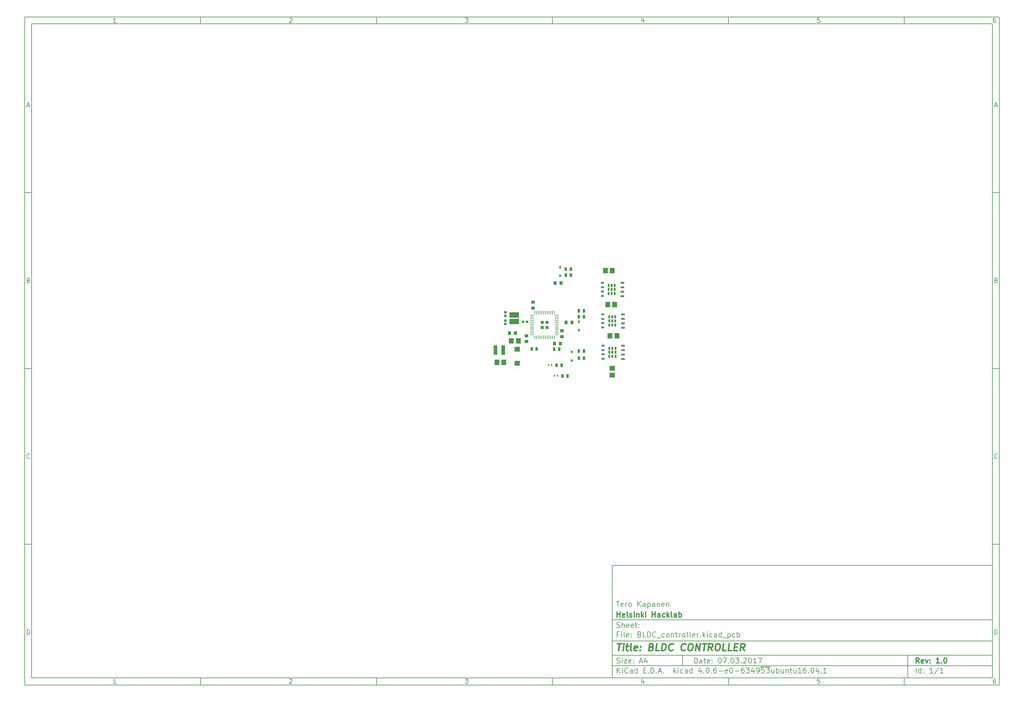
<source format=gbr>
G04 #@! TF.FileFunction,Paste,Top*
%FSLAX46Y46*%
G04 Gerber Fmt 4.6, Leading zero omitted, Abs format (unit mm)*
G04 Created by KiCad (PCBNEW 4.0.6-e0-6349~53~ubuntu16.04.1) date Tue Mar  7 23:33:07 2017*
%MOMM*%
%LPD*%
G01*
G04 APERTURE LIST*
%ADD10C,0.100000*%
%ADD11C,0.150000*%
%ADD12C,0.300000*%
%ADD13C,0.400000*%
%ADD14R,1.000000X2.700000*%
%ADD15R,0.900000X1.000000*%
%ADD16R,2.700000X1.500000*%
%ADD17R,0.400000X0.600000*%
%ADD18R,1.640000X1.400000*%
%ADD19R,0.600000X0.900000*%
%ADD20R,0.900000X0.600000*%
%ADD21R,1.050000X0.600000*%
%ADD22R,0.600000X0.800000*%
%ADD23R,1.350000X1.550000*%
%ADD24R,1.550000X1.350000*%
%ADD25R,1.000000X0.900000*%
%ADD26R,0.650000X0.990000*%
%ADD27R,0.720000X0.720000*%
%ADD28R,0.640000X0.720000*%
%ADD29R,0.840000X0.840000*%
%ADD30O,1.050000X0.250000*%
%ADD31O,0.250000X1.050000*%
G04 APERTURE END LIST*
D10*
D11*
X177002200Y-166007200D02*
X177002200Y-198007200D01*
X285002200Y-198007200D01*
X285002200Y-166007200D01*
X177002200Y-166007200D01*
D10*
D11*
X10000000Y-10000000D02*
X10000000Y-200007200D01*
X287002200Y-200007200D01*
X287002200Y-10000000D01*
X10000000Y-10000000D01*
D10*
D11*
X12000000Y-12000000D02*
X12000000Y-198007200D01*
X285002200Y-198007200D01*
X285002200Y-12000000D01*
X12000000Y-12000000D01*
D10*
D11*
X60000000Y-12000000D02*
X60000000Y-10000000D01*
D10*
D11*
X110000000Y-12000000D02*
X110000000Y-10000000D01*
D10*
D11*
X160000000Y-12000000D02*
X160000000Y-10000000D01*
D10*
D11*
X210000000Y-12000000D02*
X210000000Y-10000000D01*
D10*
D11*
X260000000Y-12000000D02*
X260000000Y-10000000D01*
D10*
D11*
X35990476Y-11588095D02*
X35247619Y-11588095D01*
X35619048Y-11588095D02*
X35619048Y-10288095D01*
X35495238Y-10473810D01*
X35371429Y-10597619D01*
X35247619Y-10659524D01*
D10*
D11*
X85247619Y-10411905D02*
X85309524Y-10350000D01*
X85433333Y-10288095D01*
X85742857Y-10288095D01*
X85866667Y-10350000D01*
X85928571Y-10411905D01*
X85990476Y-10535714D01*
X85990476Y-10659524D01*
X85928571Y-10845238D01*
X85185714Y-11588095D01*
X85990476Y-11588095D01*
D10*
D11*
X135185714Y-10288095D02*
X135990476Y-10288095D01*
X135557143Y-10783333D01*
X135742857Y-10783333D01*
X135866667Y-10845238D01*
X135928571Y-10907143D01*
X135990476Y-11030952D01*
X135990476Y-11340476D01*
X135928571Y-11464286D01*
X135866667Y-11526190D01*
X135742857Y-11588095D01*
X135371429Y-11588095D01*
X135247619Y-11526190D01*
X135185714Y-11464286D01*
D10*
D11*
X185866667Y-10721429D02*
X185866667Y-11588095D01*
X185557143Y-10226190D02*
X185247619Y-11154762D01*
X186052381Y-11154762D01*
D10*
D11*
X235928571Y-10288095D02*
X235309524Y-10288095D01*
X235247619Y-10907143D01*
X235309524Y-10845238D01*
X235433333Y-10783333D01*
X235742857Y-10783333D01*
X235866667Y-10845238D01*
X235928571Y-10907143D01*
X235990476Y-11030952D01*
X235990476Y-11340476D01*
X235928571Y-11464286D01*
X235866667Y-11526190D01*
X235742857Y-11588095D01*
X235433333Y-11588095D01*
X235309524Y-11526190D01*
X235247619Y-11464286D01*
D10*
D11*
X285866667Y-10288095D02*
X285619048Y-10288095D01*
X285495238Y-10350000D01*
X285433333Y-10411905D01*
X285309524Y-10597619D01*
X285247619Y-10845238D01*
X285247619Y-11340476D01*
X285309524Y-11464286D01*
X285371429Y-11526190D01*
X285495238Y-11588095D01*
X285742857Y-11588095D01*
X285866667Y-11526190D01*
X285928571Y-11464286D01*
X285990476Y-11340476D01*
X285990476Y-11030952D01*
X285928571Y-10907143D01*
X285866667Y-10845238D01*
X285742857Y-10783333D01*
X285495238Y-10783333D01*
X285371429Y-10845238D01*
X285309524Y-10907143D01*
X285247619Y-11030952D01*
D10*
D11*
X60000000Y-198007200D02*
X60000000Y-200007200D01*
D10*
D11*
X110000000Y-198007200D02*
X110000000Y-200007200D01*
D10*
D11*
X160000000Y-198007200D02*
X160000000Y-200007200D01*
D10*
D11*
X210000000Y-198007200D02*
X210000000Y-200007200D01*
D10*
D11*
X260000000Y-198007200D02*
X260000000Y-200007200D01*
D10*
D11*
X35990476Y-199595295D02*
X35247619Y-199595295D01*
X35619048Y-199595295D02*
X35619048Y-198295295D01*
X35495238Y-198481010D01*
X35371429Y-198604819D01*
X35247619Y-198666724D01*
D10*
D11*
X85247619Y-198419105D02*
X85309524Y-198357200D01*
X85433333Y-198295295D01*
X85742857Y-198295295D01*
X85866667Y-198357200D01*
X85928571Y-198419105D01*
X85990476Y-198542914D01*
X85990476Y-198666724D01*
X85928571Y-198852438D01*
X85185714Y-199595295D01*
X85990476Y-199595295D01*
D10*
D11*
X135185714Y-198295295D02*
X135990476Y-198295295D01*
X135557143Y-198790533D01*
X135742857Y-198790533D01*
X135866667Y-198852438D01*
X135928571Y-198914343D01*
X135990476Y-199038152D01*
X135990476Y-199347676D01*
X135928571Y-199471486D01*
X135866667Y-199533390D01*
X135742857Y-199595295D01*
X135371429Y-199595295D01*
X135247619Y-199533390D01*
X135185714Y-199471486D01*
D10*
D11*
X185866667Y-198728629D02*
X185866667Y-199595295D01*
X185557143Y-198233390D02*
X185247619Y-199161962D01*
X186052381Y-199161962D01*
D10*
D11*
X235928571Y-198295295D02*
X235309524Y-198295295D01*
X235247619Y-198914343D01*
X235309524Y-198852438D01*
X235433333Y-198790533D01*
X235742857Y-198790533D01*
X235866667Y-198852438D01*
X235928571Y-198914343D01*
X235990476Y-199038152D01*
X235990476Y-199347676D01*
X235928571Y-199471486D01*
X235866667Y-199533390D01*
X235742857Y-199595295D01*
X235433333Y-199595295D01*
X235309524Y-199533390D01*
X235247619Y-199471486D01*
D10*
D11*
X285866667Y-198295295D02*
X285619048Y-198295295D01*
X285495238Y-198357200D01*
X285433333Y-198419105D01*
X285309524Y-198604819D01*
X285247619Y-198852438D01*
X285247619Y-199347676D01*
X285309524Y-199471486D01*
X285371429Y-199533390D01*
X285495238Y-199595295D01*
X285742857Y-199595295D01*
X285866667Y-199533390D01*
X285928571Y-199471486D01*
X285990476Y-199347676D01*
X285990476Y-199038152D01*
X285928571Y-198914343D01*
X285866667Y-198852438D01*
X285742857Y-198790533D01*
X285495238Y-198790533D01*
X285371429Y-198852438D01*
X285309524Y-198914343D01*
X285247619Y-199038152D01*
D10*
D11*
X10000000Y-60000000D02*
X12000000Y-60000000D01*
D10*
D11*
X10000000Y-110000000D02*
X12000000Y-110000000D01*
D10*
D11*
X10000000Y-160000000D02*
X12000000Y-160000000D01*
D10*
D11*
X10690476Y-35216667D02*
X11309524Y-35216667D01*
X10566667Y-35588095D02*
X11000000Y-34288095D01*
X11433333Y-35588095D01*
D10*
D11*
X11092857Y-84907143D02*
X11278571Y-84969048D01*
X11340476Y-85030952D01*
X11402381Y-85154762D01*
X11402381Y-85340476D01*
X11340476Y-85464286D01*
X11278571Y-85526190D01*
X11154762Y-85588095D01*
X10659524Y-85588095D01*
X10659524Y-84288095D01*
X11092857Y-84288095D01*
X11216667Y-84350000D01*
X11278571Y-84411905D01*
X11340476Y-84535714D01*
X11340476Y-84659524D01*
X11278571Y-84783333D01*
X11216667Y-84845238D01*
X11092857Y-84907143D01*
X10659524Y-84907143D01*
D10*
D11*
X11402381Y-135464286D02*
X11340476Y-135526190D01*
X11154762Y-135588095D01*
X11030952Y-135588095D01*
X10845238Y-135526190D01*
X10721429Y-135402381D01*
X10659524Y-135278571D01*
X10597619Y-135030952D01*
X10597619Y-134845238D01*
X10659524Y-134597619D01*
X10721429Y-134473810D01*
X10845238Y-134350000D01*
X11030952Y-134288095D01*
X11154762Y-134288095D01*
X11340476Y-134350000D01*
X11402381Y-134411905D01*
D10*
D11*
X10659524Y-185588095D02*
X10659524Y-184288095D01*
X10969048Y-184288095D01*
X11154762Y-184350000D01*
X11278571Y-184473810D01*
X11340476Y-184597619D01*
X11402381Y-184845238D01*
X11402381Y-185030952D01*
X11340476Y-185278571D01*
X11278571Y-185402381D01*
X11154762Y-185526190D01*
X10969048Y-185588095D01*
X10659524Y-185588095D01*
D10*
D11*
X287002200Y-60000000D02*
X285002200Y-60000000D01*
D10*
D11*
X287002200Y-110000000D02*
X285002200Y-110000000D01*
D10*
D11*
X287002200Y-160000000D02*
X285002200Y-160000000D01*
D10*
D11*
X285692676Y-35216667D02*
X286311724Y-35216667D01*
X285568867Y-35588095D02*
X286002200Y-34288095D01*
X286435533Y-35588095D01*
D10*
D11*
X286095057Y-84907143D02*
X286280771Y-84969048D01*
X286342676Y-85030952D01*
X286404581Y-85154762D01*
X286404581Y-85340476D01*
X286342676Y-85464286D01*
X286280771Y-85526190D01*
X286156962Y-85588095D01*
X285661724Y-85588095D01*
X285661724Y-84288095D01*
X286095057Y-84288095D01*
X286218867Y-84350000D01*
X286280771Y-84411905D01*
X286342676Y-84535714D01*
X286342676Y-84659524D01*
X286280771Y-84783333D01*
X286218867Y-84845238D01*
X286095057Y-84907143D01*
X285661724Y-84907143D01*
D10*
D11*
X286404581Y-135464286D02*
X286342676Y-135526190D01*
X286156962Y-135588095D01*
X286033152Y-135588095D01*
X285847438Y-135526190D01*
X285723629Y-135402381D01*
X285661724Y-135278571D01*
X285599819Y-135030952D01*
X285599819Y-134845238D01*
X285661724Y-134597619D01*
X285723629Y-134473810D01*
X285847438Y-134350000D01*
X286033152Y-134288095D01*
X286156962Y-134288095D01*
X286342676Y-134350000D01*
X286404581Y-134411905D01*
D10*
D11*
X285661724Y-185588095D02*
X285661724Y-184288095D01*
X285971248Y-184288095D01*
X286156962Y-184350000D01*
X286280771Y-184473810D01*
X286342676Y-184597619D01*
X286404581Y-184845238D01*
X286404581Y-185030952D01*
X286342676Y-185278571D01*
X286280771Y-185402381D01*
X286156962Y-185526190D01*
X285971248Y-185588095D01*
X285661724Y-185588095D01*
D10*
D11*
X200359343Y-193785771D02*
X200359343Y-192285771D01*
X200716486Y-192285771D01*
X200930771Y-192357200D01*
X201073629Y-192500057D01*
X201145057Y-192642914D01*
X201216486Y-192928629D01*
X201216486Y-193142914D01*
X201145057Y-193428629D01*
X201073629Y-193571486D01*
X200930771Y-193714343D01*
X200716486Y-193785771D01*
X200359343Y-193785771D01*
X202502200Y-193785771D02*
X202502200Y-193000057D01*
X202430771Y-192857200D01*
X202287914Y-192785771D01*
X202002200Y-192785771D01*
X201859343Y-192857200D01*
X202502200Y-193714343D02*
X202359343Y-193785771D01*
X202002200Y-193785771D01*
X201859343Y-193714343D01*
X201787914Y-193571486D01*
X201787914Y-193428629D01*
X201859343Y-193285771D01*
X202002200Y-193214343D01*
X202359343Y-193214343D01*
X202502200Y-193142914D01*
X203002200Y-192785771D02*
X203573629Y-192785771D01*
X203216486Y-192285771D02*
X203216486Y-193571486D01*
X203287914Y-193714343D01*
X203430772Y-193785771D01*
X203573629Y-193785771D01*
X204645057Y-193714343D02*
X204502200Y-193785771D01*
X204216486Y-193785771D01*
X204073629Y-193714343D01*
X204002200Y-193571486D01*
X204002200Y-193000057D01*
X204073629Y-192857200D01*
X204216486Y-192785771D01*
X204502200Y-192785771D01*
X204645057Y-192857200D01*
X204716486Y-193000057D01*
X204716486Y-193142914D01*
X204002200Y-193285771D01*
X205359343Y-193642914D02*
X205430771Y-193714343D01*
X205359343Y-193785771D01*
X205287914Y-193714343D01*
X205359343Y-193642914D01*
X205359343Y-193785771D01*
X205359343Y-192857200D02*
X205430771Y-192928629D01*
X205359343Y-193000057D01*
X205287914Y-192928629D01*
X205359343Y-192857200D01*
X205359343Y-193000057D01*
X207502200Y-192285771D02*
X207645057Y-192285771D01*
X207787914Y-192357200D01*
X207859343Y-192428629D01*
X207930772Y-192571486D01*
X208002200Y-192857200D01*
X208002200Y-193214343D01*
X207930772Y-193500057D01*
X207859343Y-193642914D01*
X207787914Y-193714343D01*
X207645057Y-193785771D01*
X207502200Y-193785771D01*
X207359343Y-193714343D01*
X207287914Y-193642914D01*
X207216486Y-193500057D01*
X207145057Y-193214343D01*
X207145057Y-192857200D01*
X207216486Y-192571486D01*
X207287914Y-192428629D01*
X207359343Y-192357200D01*
X207502200Y-192285771D01*
X208502200Y-192285771D02*
X209502200Y-192285771D01*
X208859343Y-193785771D01*
X210073628Y-193642914D02*
X210145056Y-193714343D01*
X210073628Y-193785771D01*
X210002199Y-193714343D01*
X210073628Y-193642914D01*
X210073628Y-193785771D01*
X211073628Y-192285771D02*
X211216485Y-192285771D01*
X211359342Y-192357200D01*
X211430771Y-192428629D01*
X211502200Y-192571486D01*
X211573628Y-192857200D01*
X211573628Y-193214343D01*
X211502200Y-193500057D01*
X211430771Y-193642914D01*
X211359342Y-193714343D01*
X211216485Y-193785771D01*
X211073628Y-193785771D01*
X210930771Y-193714343D01*
X210859342Y-193642914D01*
X210787914Y-193500057D01*
X210716485Y-193214343D01*
X210716485Y-192857200D01*
X210787914Y-192571486D01*
X210859342Y-192428629D01*
X210930771Y-192357200D01*
X211073628Y-192285771D01*
X212073628Y-192285771D02*
X213002199Y-192285771D01*
X212502199Y-192857200D01*
X212716485Y-192857200D01*
X212859342Y-192928629D01*
X212930771Y-193000057D01*
X213002199Y-193142914D01*
X213002199Y-193500057D01*
X212930771Y-193642914D01*
X212859342Y-193714343D01*
X212716485Y-193785771D01*
X212287913Y-193785771D01*
X212145056Y-193714343D01*
X212073628Y-193642914D01*
X213645056Y-193642914D02*
X213716484Y-193714343D01*
X213645056Y-193785771D01*
X213573627Y-193714343D01*
X213645056Y-193642914D01*
X213645056Y-193785771D01*
X214287913Y-192428629D02*
X214359342Y-192357200D01*
X214502199Y-192285771D01*
X214859342Y-192285771D01*
X215002199Y-192357200D01*
X215073628Y-192428629D01*
X215145056Y-192571486D01*
X215145056Y-192714343D01*
X215073628Y-192928629D01*
X214216485Y-193785771D01*
X215145056Y-193785771D01*
X216073627Y-192285771D02*
X216216484Y-192285771D01*
X216359341Y-192357200D01*
X216430770Y-192428629D01*
X216502199Y-192571486D01*
X216573627Y-192857200D01*
X216573627Y-193214343D01*
X216502199Y-193500057D01*
X216430770Y-193642914D01*
X216359341Y-193714343D01*
X216216484Y-193785771D01*
X216073627Y-193785771D01*
X215930770Y-193714343D01*
X215859341Y-193642914D01*
X215787913Y-193500057D01*
X215716484Y-193214343D01*
X215716484Y-192857200D01*
X215787913Y-192571486D01*
X215859341Y-192428629D01*
X215930770Y-192357200D01*
X216073627Y-192285771D01*
X218002198Y-193785771D02*
X217145055Y-193785771D01*
X217573627Y-193785771D02*
X217573627Y-192285771D01*
X217430770Y-192500057D01*
X217287912Y-192642914D01*
X217145055Y-192714343D01*
X218502198Y-192285771D02*
X219502198Y-192285771D01*
X218859341Y-193785771D01*
D10*
D11*
X177002200Y-194507200D02*
X285002200Y-194507200D01*
D10*
D11*
X178359343Y-196585771D02*
X178359343Y-195085771D01*
X179216486Y-196585771D02*
X178573629Y-195728629D01*
X179216486Y-195085771D02*
X178359343Y-195942914D01*
X179859343Y-196585771D02*
X179859343Y-195585771D01*
X179859343Y-195085771D02*
X179787914Y-195157200D01*
X179859343Y-195228629D01*
X179930771Y-195157200D01*
X179859343Y-195085771D01*
X179859343Y-195228629D01*
X181430772Y-196442914D02*
X181359343Y-196514343D01*
X181145057Y-196585771D01*
X181002200Y-196585771D01*
X180787915Y-196514343D01*
X180645057Y-196371486D01*
X180573629Y-196228629D01*
X180502200Y-195942914D01*
X180502200Y-195728629D01*
X180573629Y-195442914D01*
X180645057Y-195300057D01*
X180787915Y-195157200D01*
X181002200Y-195085771D01*
X181145057Y-195085771D01*
X181359343Y-195157200D01*
X181430772Y-195228629D01*
X182716486Y-196585771D02*
X182716486Y-195800057D01*
X182645057Y-195657200D01*
X182502200Y-195585771D01*
X182216486Y-195585771D01*
X182073629Y-195657200D01*
X182716486Y-196514343D02*
X182573629Y-196585771D01*
X182216486Y-196585771D01*
X182073629Y-196514343D01*
X182002200Y-196371486D01*
X182002200Y-196228629D01*
X182073629Y-196085771D01*
X182216486Y-196014343D01*
X182573629Y-196014343D01*
X182716486Y-195942914D01*
X184073629Y-196585771D02*
X184073629Y-195085771D01*
X184073629Y-196514343D02*
X183930772Y-196585771D01*
X183645058Y-196585771D01*
X183502200Y-196514343D01*
X183430772Y-196442914D01*
X183359343Y-196300057D01*
X183359343Y-195871486D01*
X183430772Y-195728629D01*
X183502200Y-195657200D01*
X183645058Y-195585771D01*
X183930772Y-195585771D01*
X184073629Y-195657200D01*
X185930772Y-195800057D02*
X186430772Y-195800057D01*
X186645058Y-196585771D02*
X185930772Y-196585771D01*
X185930772Y-195085771D01*
X186645058Y-195085771D01*
X187287915Y-196442914D02*
X187359343Y-196514343D01*
X187287915Y-196585771D01*
X187216486Y-196514343D01*
X187287915Y-196442914D01*
X187287915Y-196585771D01*
X188002201Y-196585771D02*
X188002201Y-195085771D01*
X188359344Y-195085771D01*
X188573629Y-195157200D01*
X188716487Y-195300057D01*
X188787915Y-195442914D01*
X188859344Y-195728629D01*
X188859344Y-195942914D01*
X188787915Y-196228629D01*
X188716487Y-196371486D01*
X188573629Y-196514343D01*
X188359344Y-196585771D01*
X188002201Y-196585771D01*
X189502201Y-196442914D02*
X189573629Y-196514343D01*
X189502201Y-196585771D01*
X189430772Y-196514343D01*
X189502201Y-196442914D01*
X189502201Y-196585771D01*
X190145058Y-196157200D02*
X190859344Y-196157200D01*
X190002201Y-196585771D02*
X190502201Y-195085771D01*
X191002201Y-196585771D01*
X191502201Y-196442914D02*
X191573629Y-196514343D01*
X191502201Y-196585771D01*
X191430772Y-196514343D01*
X191502201Y-196442914D01*
X191502201Y-196585771D01*
X194502201Y-196585771D02*
X194502201Y-195085771D01*
X194645058Y-196014343D02*
X195073629Y-196585771D01*
X195073629Y-195585771D02*
X194502201Y-196157200D01*
X195716487Y-196585771D02*
X195716487Y-195585771D01*
X195716487Y-195085771D02*
X195645058Y-195157200D01*
X195716487Y-195228629D01*
X195787915Y-195157200D01*
X195716487Y-195085771D01*
X195716487Y-195228629D01*
X197073630Y-196514343D02*
X196930773Y-196585771D01*
X196645059Y-196585771D01*
X196502201Y-196514343D01*
X196430773Y-196442914D01*
X196359344Y-196300057D01*
X196359344Y-195871486D01*
X196430773Y-195728629D01*
X196502201Y-195657200D01*
X196645059Y-195585771D01*
X196930773Y-195585771D01*
X197073630Y-195657200D01*
X198359344Y-196585771D02*
X198359344Y-195800057D01*
X198287915Y-195657200D01*
X198145058Y-195585771D01*
X197859344Y-195585771D01*
X197716487Y-195657200D01*
X198359344Y-196514343D02*
X198216487Y-196585771D01*
X197859344Y-196585771D01*
X197716487Y-196514343D01*
X197645058Y-196371486D01*
X197645058Y-196228629D01*
X197716487Y-196085771D01*
X197859344Y-196014343D01*
X198216487Y-196014343D01*
X198359344Y-195942914D01*
X199716487Y-196585771D02*
X199716487Y-195085771D01*
X199716487Y-196514343D02*
X199573630Y-196585771D01*
X199287916Y-196585771D01*
X199145058Y-196514343D01*
X199073630Y-196442914D01*
X199002201Y-196300057D01*
X199002201Y-195871486D01*
X199073630Y-195728629D01*
X199145058Y-195657200D01*
X199287916Y-195585771D01*
X199573630Y-195585771D01*
X199716487Y-195657200D01*
X202216487Y-195585771D02*
X202216487Y-196585771D01*
X201859344Y-195014343D02*
X201502201Y-196085771D01*
X202430773Y-196085771D01*
X203002201Y-196442914D02*
X203073629Y-196514343D01*
X203002201Y-196585771D01*
X202930772Y-196514343D01*
X203002201Y-196442914D01*
X203002201Y-196585771D01*
X204002201Y-195085771D02*
X204145058Y-195085771D01*
X204287915Y-195157200D01*
X204359344Y-195228629D01*
X204430773Y-195371486D01*
X204502201Y-195657200D01*
X204502201Y-196014343D01*
X204430773Y-196300057D01*
X204359344Y-196442914D01*
X204287915Y-196514343D01*
X204145058Y-196585771D01*
X204002201Y-196585771D01*
X203859344Y-196514343D01*
X203787915Y-196442914D01*
X203716487Y-196300057D01*
X203645058Y-196014343D01*
X203645058Y-195657200D01*
X203716487Y-195371486D01*
X203787915Y-195228629D01*
X203859344Y-195157200D01*
X204002201Y-195085771D01*
X205145058Y-196442914D02*
X205216486Y-196514343D01*
X205145058Y-196585771D01*
X205073629Y-196514343D01*
X205145058Y-196442914D01*
X205145058Y-196585771D01*
X206502201Y-195085771D02*
X206216487Y-195085771D01*
X206073630Y-195157200D01*
X206002201Y-195228629D01*
X205859344Y-195442914D01*
X205787915Y-195728629D01*
X205787915Y-196300057D01*
X205859344Y-196442914D01*
X205930772Y-196514343D01*
X206073630Y-196585771D01*
X206359344Y-196585771D01*
X206502201Y-196514343D01*
X206573630Y-196442914D01*
X206645058Y-196300057D01*
X206645058Y-195942914D01*
X206573630Y-195800057D01*
X206502201Y-195728629D01*
X206359344Y-195657200D01*
X206073630Y-195657200D01*
X205930772Y-195728629D01*
X205859344Y-195800057D01*
X205787915Y-195942914D01*
X207287915Y-196014343D02*
X208430772Y-196014343D01*
X209716486Y-196514343D02*
X209573629Y-196585771D01*
X209287915Y-196585771D01*
X209145058Y-196514343D01*
X209073629Y-196371486D01*
X209073629Y-195800057D01*
X209145058Y-195657200D01*
X209287915Y-195585771D01*
X209573629Y-195585771D01*
X209716486Y-195657200D01*
X209787915Y-195800057D01*
X209787915Y-195942914D01*
X209073629Y-196085771D01*
X210716486Y-195085771D02*
X210859343Y-195085771D01*
X211002200Y-195157200D01*
X211073629Y-195228629D01*
X211145058Y-195371486D01*
X211216486Y-195657200D01*
X211216486Y-196014343D01*
X211145058Y-196300057D01*
X211073629Y-196442914D01*
X211002200Y-196514343D01*
X210859343Y-196585771D01*
X210716486Y-196585771D01*
X210573629Y-196514343D01*
X210502200Y-196442914D01*
X210430772Y-196300057D01*
X210359343Y-196014343D01*
X210359343Y-195657200D01*
X210430772Y-195371486D01*
X210502200Y-195228629D01*
X210573629Y-195157200D01*
X210716486Y-195085771D01*
X211859343Y-196014343D02*
X213002200Y-196014343D01*
X214359343Y-195085771D02*
X214073629Y-195085771D01*
X213930772Y-195157200D01*
X213859343Y-195228629D01*
X213716486Y-195442914D01*
X213645057Y-195728629D01*
X213645057Y-196300057D01*
X213716486Y-196442914D01*
X213787914Y-196514343D01*
X213930772Y-196585771D01*
X214216486Y-196585771D01*
X214359343Y-196514343D01*
X214430772Y-196442914D01*
X214502200Y-196300057D01*
X214502200Y-195942914D01*
X214430772Y-195800057D01*
X214359343Y-195728629D01*
X214216486Y-195657200D01*
X213930772Y-195657200D01*
X213787914Y-195728629D01*
X213716486Y-195800057D01*
X213645057Y-195942914D01*
X215002200Y-195085771D02*
X215930771Y-195085771D01*
X215430771Y-195657200D01*
X215645057Y-195657200D01*
X215787914Y-195728629D01*
X215859343Y-195800057D01*
X215930771Y-195942914D01*
X215930771Y-196300057D01*
X215859343Y-196442914D01*
X215787914Y-196514343D01*
X215645057Y-196585771D01*
X215216485Y-196585771D01*
X215073628Y-196514343D01*
X215002200Y-196442914D01*
X217216485Y-195585771D02*
X217216485Y-196585771D01*
X216859342Y-195014343D02*
X216502199Y-196085771D01*
X217430771Y-196085771D01*
X218073627Y-196585771D02*
X218359342Y-196585771D01*
X218502199Y-196514343D01*
X218573627Y-196442914D01*
X218716485Y-196228629D01*
X218787913Y-195942914D01*
X218787913Y-195371486D01*
X218716485Y-195228629D01*
X218645056Y-195157200D01*
X218502199Y-195085771D01*
X218216485Y-195085771D01*
X218073627Y-195157200D01*
X218002199Y-195228629D01*
X217930770Y-195371486D01*
X217930770Y-195728629D01*
X218002199Y-195871486D01*
X218073627Y-195942914D01*
X218216485Y-196014343D01*
X218502199Y-196014343D01*
X218645056Y-195942914D01*
X218716485Y-195871486D01*
X218787913Y-195728629D01*
X220145056Y-195085771D02*
X219430770Y-195085771D01*
X219359341Y-195800057D01*
X219430770Y-195728629D01*
X219573627Y-195657200D01*
X219930770Y-195657200D01*
X220073627Y-195728629D01*
X220145056Y-195800057D01*
X220216484Y-195942914D01*
X220216484Y-196300057D01*
X220145056Y-196442914D01*
X220073627Y-196514343D01*
X219930770Y-196585771D01*
X219573627Y-196585771D01*
X219430770Y-196514343D01*
X219359341Y-196442914D01*
X220716484Y-195085771D02*
X221645055Y-195085771D01*
X221145055Y-195657200D01*
X221359341Y-195657200D01*
X221502198Y-195728629D01*
X221573627Y-195800057D01*
X221645055Y-195942914D01*
X221645055Y-196300057D01*
X221573627Y-196442914D01*
X221502198Y-196514343D01*
X221359341Y-196585771D01*
X220930769Y-196585771D01*
X220787912Y-196514343D01*
X220716484Y-196442914D01*
X219073627Y-194827200D02*
X221930769Y-194827200D01*
X222930769Y-195585771D02*
X222930769Y-196585771D01*
X222287912Y-195585771D02*
X222287912Y-196371486D01*
X222359340Y-196514343D01*
X222502198Y-196585771D01*
X222716483Y-196585771D01*
X222859340Y-196514343D01*
X222930769Y-196442914D01*
X223645055Y-196585771D02*
X223645055Y-195085771D01*
X223645055Y-195657200D02*
X223787912Y-195585771D01*
X224073626Y-195585771D01*
X224216483Y-195657200D01*
X224287912Y-195728629D01*
X224359341Y-195871486D01*
X224359341Y-196300057D01*
X224287912Y-196442914D01*
X224216483Y-196514343D01*
X224073626Y-196585771D01*
X223787912Y-196585771D01*
X223645055Y-196514343D01*
X225645055Y-195585771D02*
X225645055Y-196585771D01*
X225002198Y-195585771D02*
X225002198Y-196371486D01*
X225073626Y-196514343D01*
X225216484Y-196585771D01*
X225430769Y-196585771D01*
X225573626Y-196514343D01*
X225645055Y-196442914D01*
X226359341Y-195585771D02*
X226359341Y-196585771D01*
X226359341Y-195728629D02*
X226430769Y-195657200D01*
X226573627Y-195585771D01*
X226787912Y-195585771D01*
X226930769Y-195657200D01*
X227002198Y-195800057D01*
X227002198Y-196585771D01*
X227502198Y-195585771D02*
X228073627Y-195585771D01*
X227716484Y-195085771D02*
X227716484Y-196371486D01*
X227787912Y-196514343D01*
X227930770Y-196585771D01*
X228073627Y-196585771D01*
X229216484Y-195585771D02*
X229216484Y-196585771D01*
X228573627Y-195585771D02*
X228573627Y-196371486D01*
X228645055Y-196514343D01*
X228787913Y-196585771D01*
X229002198Y-196585771D01*
X229145055Y-196514343D01*
X229216484Y-196442914D01*
X230716484Y-196585771D02*
X229859341Y-196585771D01*
X230287913Y-196585771D02*
X230287913Y-195085771D01*
X230145056Y-195300057D01*
X230002198Y-195442914D01*
X229859341Y-195514343D01*
X232002198Y-195085771D02*
X231716484Y-195085771D01*
X231573627Y-195157200D01*
X231502198Y-195228629D01*
X231359341Y-195442914D01*
X231287912Y-195728629D01*
X231287912Y-196300057D01*
X231359341Y-196442914D01*
X231430769Y-196514343D01*
X231573627Y-196585771D01*
X231859341Y-196585771D01*
X232002198Y-196514343D01*
X232073627Y-196442914D01*
X232145055Y-196300057D01*
X232145055Y-195942914D01*
X232073627Y-195800057D01*
X232002198Y-195728629D01*
X231859341Y-195657200D01*
X231573627Y-195657200D01*
X231430769Y-195728629D01*
X231359341Y-195800057D01*
X231287912Y-195942914D01*
X232787912Y-196442914D02*
X232859340Y-196514343D01*
X232787912Y-196585771D01*
X232716483Y-196514343D01*
X232787912Y-196442914D01*
X232787912Y-196585771D01*
X233787912Y-195085771D02*
X233930769Y-195085771D01*
X234073626Y-195157200D01*
X234145055Y-195228629D01*
X234216484Y-195371486D01*
X234287912Y-195657200D01*
X234287912Y-196014343D01*
X234216484Y-196300057D01*
X234145055Y-196442914D01*
X234073626Y-196514343D01*
X233930769Y-196585771D01*
X233787912Y-196585771D01*
X233645055Y-196514343D01*
X233573626Y-196442914D01*
X233502198Y-196300057D01*
X233430769Y-196014343D01*
X233430769Y-195657200D01*
X233502198Y-195371486D01*
X233573626Y-195228629D01*
X233645055Y-195157200D01*
X233787912Y-195085771D01*
X235573626Y-195585771D02*
X235573626Y-196585771D01*
X235216483Y-195014343D02*
X234859340Y-196085771D01*
X235787912Y-196085771D01*
X236359340Y-196442914D02*
X236430768Y-196514343D01*
X236359340Y-196585771D01*
X236287911Y-196514343D01*
X236359340Y-196442914D01*
X236359340Y-196585771D01*
X237859340Y-196585771D02*
X237002197Y-196585771D01*
X237430769Y-196585771D02*
X237430769Y-195085771D01*
X237287912Y-195300057D01*
X237145054Y-195442914D01*
X237002197Y-195514343D01*
D10*
D11*
X177002200Y-191507200D02*
X285002200Y-191507200D01*
D10*
D12*
X264216486Y-193785771D02*
X263716486Y-193071486D01*
X263359343Y-193785771D02*
X263359343Y-192285771D01*
X263930771Y-192285771D01*
X264073629Y-192357200D01*
X264145057Y-192428629D01*
X264216486Y-192571486D01*
X264216486Y-192785771D01*
X264145057Y-192928629D01*
X264073629Y-193000057D01*
X263930771Y-193071486D01*
X263359343Y-193071486D01*
X265430771Y-193714343D02*
X265287914Y-193785771D01*
X265002200Y-193785771D01*
X264859343Y-193714343D01*
X264787914Y-193571486D01*
X264787914Y-193000057D01*
X264859343Y-192857200D01*
X265002200Y-192785771D01*
X265287914Y-192785771D01*
X265430771Y-192857200D01*
X265502200Y-193000057D01*
X265502200Y-193142914D01*
X264787914Y-193285771D01*
X266002200Y-192785771D02*
X266359343Y-193785771D01*
X266716485Y-192785771D01*
X267287914Y-193642914D02*
X267359342Y-193714343D01*
X267287914Y-193785771D01*
X267216485Y-193714343D01*
X267287914Y-193642914D01*
X267287914Y-193785771D01*
X267287914Y-192857200D02*
X267359342Y-192928629D01*
X267287914Y-193000057D01*
X267216485Y-192928629D01*
X267287914Y-192857200D01*
X267287914Y-193000057D01*
X269930771Y-193785771D02*
X269073628Y-193785771D01*
X269502200Y-193785771D02*
X269502200Y-192285771D01*
X269359343Y-192500057D01*
X269216485Y-192642914D01*
X269073628Y-192714343D01*
X270573628Y-193642914D02*
X270645056Y-193714343D01*
X270573628Y-193785771D01*
X270502199Y-193714343D01*
X270573628Y-193642914D01*
X270573628Y-193785771D01*
X271573628Y-192285771D02*
X271716485Y-192285771D01*
X271859342Y-192357200D01*
X271930771Y-192428629D01*
X272002200Y-192571486D01*
X272073628Y-192857200D01*
X272073628Y-193214343D01*
X272002200Y-193500057D01*
X271930771Y-193642914D01*
X271859342Y-193714343D01*
X271716485Y-193785771D01*
X271573628Y-193785771D01*
X271430771Y-193714343D01*
X271359342Y-193642914D01*
X271287914Y-193500057D01*
X271216485Y-193214343D01*
X271216485Y-192857200D01*
X271287914Y-192571486D01*
X271359342Y-192428629D01*
X271430771Y-192357200D01*
X271573628Y-192285771D01*
D10*
D11*
X178287914Y-193714343D02*
X178502200Y-193785771D01*
X178859343Y-193785771D01*
X179002200Y-193714343D01*
X179073629Y-193642914D01*
X179145057Y-193500057D01*
X179145057Y-193357200D01*
X179073629Y-193214343D01*
X179002200Y-193142914D01*
X178859343Y-193071486D01*
X178573629Y-193000057D01*
X178430771Y-192928629D01*
X178359343Y-192857200D01*
X178287914Y-192714343D01*
X178287914Y-192571486D01*
X178359343Y-192428629D01*
X178430771Y-192357200D01*
X178573629Y-192285771D01*
X178930771Y-192285771D01*
X179145057Y-192357200D01*
X179787914Y-193785771D02*
X179787914Y-192785771D01*
X179787914Y-192285771D02*
X179716485Y-192357200D01*
X179787914Y-192428629D01*
X179859342Y-192357200D01*
X179787914Y-192285771D01*
X179787914Y-192428629D01*
X180359343Y-192785771D02*
X181145057Y-192785771D01*
X180359343Y-193785771D01*
X181145057Y-193785771D01*
X182287914Y-193714343D02*
X182145057Y-193785771D01*
X181859343Y-193785771D01*
X181716486Y-193714343D01*
X181645057Y-193571486D01*
X181645057Y-193000057D01*
X181716486Y-192857200D01*
X181859343Y-192785771D01*
X182145057Y-192785771D01*
X182287914Y-192857200D01*
X182359343Y-193000057D01*
X182359343Y-193142914D01*
X181645057Y-193285771D01*
X183002200Y-193642914D02*
X183073628Y-193714343D01*
X183002200Y-193785771D01*
X182930771Y-193714343D01*
X183002200Y-193642914D01*
X183002200Y-193785771D01*
X183002200Y-192857200D02*
X183073628Y-192928629D01*
X183002200Y-193000057D01*
X182930771Y-192928629D01*
X183002200Y-192857200D01*
X183002200Y-193000057D01*
X184787914Y-193357200D02*
X185502200Y-193357200D01*
X184645057Y-193785771D02*
X185145057Y-192285771D01*
X185645057Y-193785771D01*
X186787914Y-192785771D02*
X186787914Y-193785771D01*
X186430771Y-192214343D02*
X186073628Y-193285771D01*
X187002200Y-193285771D01*
D10*
D11*
X263359343Y-196585771D02*
X263359343Y-195085771D01*
X264716486Y-196585771D02*
X264716486Y-195085771D01*
X264716486Y-196514343D02*
X264573629Y-196585771D01*
X264287915Y-196585771D01*
X264145057Y-196514343D01*
X264073629Y-196442914D01*
X264002200Y-196300057D01*
X264002200Y-195871486D01*
X264073629Y-195728629D01*
X264145057Y-195657200D01*
X264287915Y-195585771D01*
X264573629Y-195585771D01*
X264716486Y-195657200D01*
X265430772Y-196442914D02*
X265502200Y-196514343D01*
X265430772Y-196585771D01*
X265359343Y-196514343D01*
X265430772Y-196442914D01*
X265430772Y-196585771D01*
X265430772Y-195657200D02*
X265502200Y-195728629D01*
X265430772Y-195800057D01*
X265359343Y-195728629D01*
X265430772Y-195657200D01*
X265430772Y-195800057D01*
X268073629Y-196585771D02*
X267216486Y-196585771D01*
X267645058Y-196585771D02*
X267645058Y-195085771D01*
X267502201Y-195300057D01*
X267359343Y-195442914D01*
X267216486Y-195514343D01*
X269787914Y-195014343D02*
X268502200Y-196942914D01*
X271073629Y-196585771D02*
X270216486Y-196585771D01*
X270645058Y-196585771D02*
X270645058Y-195085771D01*
X270502201Y-195300057D01*
X270359343Y-195442914D01*
X270216486Y-195514343D01*
D10*
D11*
X177002200Y-187507200D02*
X285002200Y-187507200D01*
D10*
D13*
X178454581Y-188211962D02*
X179597438Y-188211962D01*
X178776010Y-190211962D02*
X179026010Y-188211962D01*
X180014105Y-190211962D02*
X180180771Y-188878629D01*
X180264105Y-188211962D02*
X180156962Y-188307200D01*
X180240295Y-188402438D01*
X180347439Y-188307200D01*
X180264105Y-188211962D01*
X180240295Y-188402438D01*
X180847438Y-188878629D02*
X181609343Y-188878629D01*
X181216486Y-188211962D02*
X181002200Y-189926248D01*
X181073630Y-190116724D01*
X181252201Y-190211962D01*
X181442677Y-190211962D01*
X182395058Y-190211962D02*
X182216487Y-190116724D01*
X182145057Y-189926248D01*
X182359343Y-188211962D01*
X183930772Y-190116724D02*
X183728391Y-190211962D01*
X183347439Y-190211962D01*
X183168867Y-190116724D01*
X183097438Y-189926248D01*
X183192676Y-189164343D01*
X183311724Y-188973867D01*
X183514105Y-188878629D01*
X183895057Y-188878629D01*
X184073629Y-188973867D01*
X184145057Y-189164343D01*
X184121248Y-189354819D01*
X183145057Y-189545295D01*
X184895057Y-190021486D02*
X184978392Y-190116724D01*
X184871248Y-190211962D01*
X184787915Y-190116724D01*
X184895057Y-190021486D01*
X184871248Y-190211962D01*
X185026010Y-188973867D02*
X185109344Y-189069105D01*
X185002200Y-189164343D01*
X184918867Y-189069105D01*
X185026010Y-188973867D01*
X185002200Y-189164343D01*
X188145058Y-189164343D02*
X188418867Y-189259581D01*
X188502202Y-189354819D01*
X188573630Y-189545295D01*
X188537916Y-189831010D01*
X188418868Y-190021486D01*
X188311725Y-190116724D01*
X188109344Y-190211962D01*
X187347439Y-190211962D01*
X187597439Y-188211962D01*
X188264106Y-188211962D01*
X188442677Y-188307200D01*
X188526010Y-188402438D01*
X188597440Y-188592914D01*
X188573630Y-188783390D01*
X188454582Y-188973867D01*
X188347439Y-189069105D01*
X188145058Y-189164343D01*
X187478391Y-189164343D01*
X190299820Y-190211962D02*
X189347439Y-190211962D01*
X189597439Y-188211962D01*
X190966487Y-190211962D02*
X191216487Y-188211962D01*
X191692678Y-188211962D01*
X191966487Y-188307200D01*
X192133154Y-188497676D01*
X192204583Y-188688152D01*
X192252202Y-189069105D01*
X192216488Y-189354819D01*
X192073631Y-189735771D01*
X191954582Y-189926248D01*
X191740297Y-190116724D01*
X191442678Y-190211962D01*
X190966487Y-190211962D01*
X194133154Y-190021486D02*
X194026012Y-190116724D01*
X193728392Y-190211962D01*
X193537916Y-190211962D01*
X193264107Y-190116724D01*
X193097440Y-189926248D01*
X193026011Y-189735771D01*
X192978392Y-189354819D01*
X193014106Y-189069105D01*
X193156963Y-188688152D01*
X193276012Y-188497676D01*
X193490297Y-188307200D01*
X193787916Y-188211962D01*
X193978392Y-188211962D01*
X194252202Y-188307200D01*
X194335535Y-188402438D01*
X197656964Y-190021486D02*
X197549822Y-190116724D01*
X197252202Y-190211962D01*
X197061726Y-190211962D01*
X196787917Y-190116724D01*
X196621250Y-189926248D01*
X196549821Y-189735771D01*
X196502202Y-189354819D01*
X196537916Y-189069105D01*
X196680773Y-188688152D01*
X196799822Y-188497676D01*
X197014107Y-188307200D01*
X197311726Y-188211962D01*
X197502202Y-188211962D01*
X197776012Y-188307200D01*
X197859345Y-188402438D01*
X199121250Y-188211962D02*
X199502202Y-188211962D01*
X199680773Y-188307200D01*
X199847441Y-188497676D01*
X199895059Y-188878629D01*
X199811726Y-189545295D01*
X199668869Y-189926248D01*
X199454583Y-190116724D01*
X199252202Y-190211962D01*
X198871250Y-190211962D01*
X198692679Y-190116724D01*
X198526011Y-189926248D01*
X198478392Y-189545295D01*
X198561725Y-188878629D01*
X198704583Y-188497676D01*
X198918869Y-188307200D01*
X199121250Y-188211962D01*
X200585535Y-190211962D02*
X200835535Y-188211962D01*
X201728393Y-190211962D01*
X201978393Y-188211962D01*
X202645059Y-188211962D02*
X203787916Y-188211962D01*
X202966488Y-190211962D02*
X203216488Y-188211962D01*
X205347441Y-190211962D02*
X204799821Y-189259581D01*
X204204583Y-190211962D02*
X204454583Y-188211962D01*
X205216488Y-188211962D01*
X205395059Y-188307200D01*
X205478393Y-188402438D01*
X205549822Y-188592914D01*
X205514107Y-188878629D01*
X205395060Y-189069105D01*
X205287916Y-189164343D01*
X205085535Y-189259581D01*
X204323630Y-189259581D01*
X206835536Y-188211962D02*
X207216488Y-188211962D01*
X207395059Y-188307200D01*
X207561727Y-188497676D01*
X207609345Y-188878629D01*
X207526012Y-189545295D01*
X207383155Y-189926248D01*
X207168869Y-190116724D01*
X206966488Y-190211962D01*
X206585536Y-190211962D01*
X206406965Y-190116724D01*
X206240297Y-189926248D01*
X206192678Y-189545295D01*
X206276011Y-188878629D01*
X206418869Y-188497676D01*
X206633155Y-188307200D01*
X206835536Y-188211962D01*
X209252202Y-190211962D02*
X208299821Y-190211962D01*
X208549821Y-188211962D01*
X210871250Y-190211962D02*
X209918869Y-190211962D01*
X210168869Y-188211962D01*
X211668869Y-189164343D02*
X212335536Y-189164343D01*
X212490298Y-190211962D02*
X211537917Y-190211962D01*
X211787917Y-188211962D01*
X212740298Y-188211962D01*
X214490299Y-190211962D02*
X213942679Y-189259581D01*
X213347441Y-190211962D02*
X213597441Y-188211962D01*
X214359346Y-188211962D01*
X214537917Y-188307200D01*
X214621251Y-188402438D01*
X214692680Y-188592914D01*
X214656965Y-188878629D01*
X214537918Y-189069105D01*
X214430774Y-189164343D01*
X214228393Y-189259581D01*
X213466488Y-189259581D01*
D10*
D11*
X178859343Y-185600057D02*
X178359343Y-185600057D01*
X178359343Y-186385771D02*
X178359343Y-184885771D01*
X179073629Y-184885771D01*
X179645057Y-186385771D02*
X179645057Y-185385771D01*
X179645057Y-184885771D02*
X179573628Y-184957200D01*
X179645057Y-185028629D01*
X179716485Y-184957200D01*
X179645057Y-184885771D01*
X179645057Y-185028629D01*
X180573629Y-186385771D02*
X180430771Y-186314343D01*
X180359343Y-186171486D01*
X180359343Y-184885771D01*
X181716485Y-186314343D02*
X181573628Y-186385771D01*
X181287914Y-186385771D01*
X181145057Y-186314343D01*
X181073628Y-186171486D01*
X181073628Y-185600057D01*
X181145057Y-185457200D01*
X181287914Y-185385771D01*
X181573628Y-185385771D01*
X181716485Y-185457200D01*
X181787914Y-185600057D01*
X181787914Y-185742914D01*
X181073628Y-185885771D01*
X182430771Y-186242914D02*
X182502199Y-186314343D01*
X182430771Y-186385771D01*
X182359342Y-186314343D01*
X182430771Y-186242914D01*
X182430771Y-186385771D01*
X182430771Y-185457200D02*
X182502199Y-185528629D01*
X182430771Y-185600057D01*
X182359342Y-185528629D01*
X182430771Y-185457200D01*
X182430771Y-185600057D01*
X184787914Y-185600057D02*
X185002200Y-185671486D01*
X185073628Y-185742914D01*
X185145057Y-185885771D01*
X185145057Y-186100057D01*
X185073628Y-186242914D01*
X185002200Y-186314343D01*
X184859342Y-186385771D01*
X184287914Y-186385771D01*
X184287914Y-184885771D01*
X184787914Y-184885771D01*
X184930771Y-184957200D01*
X185002200Y-185028629D01*
X185073628Y-185171486D01*
X185073628Y-185314343D01*
X185002200Y-185457200D01*
X184930771Y-185528629D01*
X184787914Y-185600057D01*
X184287914Y-185600057D01*
X186502200Y-186385771D02*
X185787914Y-186385771D01*
X185787914Y-184885771D01*
X187002200Y-186385771D02*
X187002200Y-184885771D01*
X187359343Y-184885771D01*
X187573628Y-184957200D01*
X187716486Y-185100057D01*
X187787914Y-185242914D01*
X187859343Y-185528629D01*
X187859343Y-185742914D01*
X187787914Y-186028629D01*
X187716486Y-186171486D01*
X187573628Y-186314343D01*
X187359343Y-186385771D01*
X187002200Y-186385771D01*
X189359343Y-186242914D02*
X189287914Y-186314343D01*
X189073628Y-186385771D01*
X188930771Y-186385771D01*
X188716486Y-186314343D01*
X188573628Y-186171486D01*
X188502200Y-186028629D01*
X188430771Y-185742914D01*
X188430771Y-185528629D01*
X188502200Y-185242914D01*
X188573628Y-185100057D01*
X188716486Y-184957200D01*
X188930771Y-184885771D01*
X189073628Y-184885771D01*
X189287914Y-184957200D01*
X189359343Y-185028629D01*
X189645057Y-186528629D02*
X190787914Y-186528629D01*
X191787914Y-186314343D02*
X191645057Y-186385771D01*
X191359343Y-186385771D01*
X191216485Y-186314343D01*
X191145057Y-186242914D01*
X191073628Y-186100057D01*
X191073628Y-185671486D01*
X191145057Y-185528629D01*
X191216485Y-185457200D01*
X191359343Y-185385771D01*
X191645057Y-185385771D01*
X191787914Y-185457200D01*
X192645057Y-186385771D02*
X192502199Y-186314343D01*
X192430771Y-186242914D01*
X192359342Y-186100057D01*
X192359342Y-185671486D01*
X192430771Y-185528629D01*
X192502199Y-185457200D01*
X192645057Y-185385771D01*
X192859342Y-185385771D01*
X193002199Y-185457200D01*
X193073628Y-185528629D01*
X193145057Y-185671486D01*
X193145057Y-186100057D01*
X193073628Y-186242914D01*
X193002199Y-186314343D01*
X192859342Y-186385771D01*
X192645057Y-186385771D01*
X193787914Y-185385771D02*
X193787914Y-186385771D01*
X193787914Y-185528629D02*
X193859342Y-185457200D01*
X194002200Y-185385771D01*
X194216485Y-185385771D01*
X194359342Y-185457200D01*
X194430771Y-185600057D01*
X194430771Y-186385771D01*
X194930771Y-185385771D02*
X195502200Y-185385771D01*
X195145057Y-184885771D02*
X195145057Y-186171486D01*
X195216485Y-186314343D01*
X195359343Y-186385771D01*
X195502200Y-186385771D01*
X196002200Y-186385771D02*
X196002200Y-185385771D01*
X196002200Y-185671486D02*
X196073628Y-185528629D01*
X196145057Y-185457200D01*
X196287914Y-185385771D01*
X196430771Y-185385771D01*
X197145057Y-186385771D02*
X197002199Y-186314343D01*
X196930771Y-186242914D01*
X196859342Y-186100057D01*
X196859342Y-185671486D01*
X196930771Y-185528629D01*
X197002199Y-185457200D01*
X197145057Y-185385771D01*
X197359342Y-185385771D01*
X197502199Y-185457200D01*
X197573628Y-185528629D01*
X197645057Y-185671486D01*
X197645057Y-186100057D01*
X197573628Y-186242914D01*
X197502199Y-186314343D01*
X197359342Y-186385771D01*
X197145057Y-186385771D01*
X198502200Y-186385771D02*
X198359342Y-186314343D01*
X198287914Y-186171486D01*
X198287914Y-184885771D01*
X199287914Y-186385771D02*
X199145056Y-186314343D01*
X199073628Y-186171486D01*
X199073628Y-184885771D01*
X200430770Y-186314343D02*
X200287913Y-186385771D01*
X200002199Y-186385771D01*
X199859342Y-186314343D01*
X199787913Y-186171486D01*
X199787913Y-185600057D01*
X199859342Y-185457200D01*
X200002199Y-185385771D01*
X200287913Y-185385771D01*
X200430770Y-185457200D01*
X200502199Y-185600057D01*
X200502199Y-185742914D01*
X199787913Y-185885771D01*
X201145056Y-186385771D02*
X201145056Y-185385771D01*
X201145056Y-185671486D02*
X201216484Y-185528629D01*
X201287913Y-185457200D01*
X201430770Y-185385771D01*
X201573627Y-185385771D01*
X202073627Y-186242914D02*
X202145055Y-186314343D01*
X202073627Y-186385771D01*
X202002198Y-186314343D01*
X202073627Y-186242914D01*
X202073627Y-186385771D01*
X202787913Y-186385771D02*
X202787913Y-184885771D01*
X202930770Y-185814343D02*
X203359341Y-186385771D01*
X203359341Y-185385771D02*
X202787913Y-185957200D01*
X204002199Y-186385771D02*
X204002199Y-185385771D01*
X204002199Y-184885771D02*
X203930770Y-184957200D01*
X204002199Y-185028629D01*
X204073627Y-184957200D01*
X204002199Y-184885771D01*
X204002199Y-185028629D01*
X205359342Y-186314343D02*
X205216485Y-186385771D01*
X204930771Y-186385771D01*
X204787913Y-186314343D01*
X204716485Y-186242914D01*
X204645056Y-186100057D01*
X204645056Y-185671486D01*
X204716485Y-185528629D01*
X204787913Y-185457200D01*
X204930771Y-185385771D01*
X205216485Y-185385771D01*
X205359342Y-185457200D01*
X206645056Y-186385771D02*
X206645056Y-185600057D01*
X206573627Y-185457200D01*
X206430770Y-185385771D01*
X206145056Y-185385771D01*
X206002199Y-185457200D01*
X206645056Y-186314343D02*
X206502199Y-186385771D01*
X206145056Y-186385771D01*
X206002199Y-186314343D01*
X205930770Y-186171486D01*
X205930770Y-186028629D01*
X206002199Y-185885771D01*
X206145056Y-185814343D01*
X206502199Y-185814343D01*
X206645056Y-185742914D01*
X208002199Y-186385771D02*
X208002199Y-184885771D01*
X208002199Y-186314343D02*
X207859342Y-186385771D01*
X207573628Y-186385771D01*
X207430770Y-186314343D01*
X207359342Y-186242914D01*
X207287913Y-186100057D01*
X207287913Y-185671486D01*
X207359342Y-185528629D01*
X207430770Y-185457200D01*
X207573628Y-185385771D01*
X207859342Y-185385771D01*
X208002199Y-185457200D01*
X208359342Y-186528629D02*
X209502199Y-186528629D01*
X209859342Y-185385771D02*
X209859342Y-186885771D01*
X209859342Y-185457200D02*
X210002199Y-185385771D01*
X210287913Y-185385771D01*
X210430770Y-185457200D01*
X210502199Y-185528629D01*
X210573628Y-185671486D01*
X210573628Y-186100057D01*
X210502199Y-186242914D01*
X210430770Y-186314343D01*
X210287913Y-186385771D01*
X210002199Y-186385771D01*
X209859342Y-186314343D01*
X211859342Y-186314343D02*
X211716485Y-186385771D01*
X211430771Y-186385771D01*
X211287913Y-186314343D01*
X211216485Y-186242914D01*
X211145056Y-186100057D01*
X211145056Y-185671486D01*
X211216485Y-185528629D01*
X211287913Y-185457200D01*
X211430771Y-185385771D01*
X211716485Y-185385771D01*
X211859342Y-185457200D01*
X212502199Y-186385771D02*
X212502199Y-184885771D01*
X212502199Y-185457200D02*
X212645056Y-185385771D01*
X212930770Y-185385771D01*
X213073627Y-185457200D01*
X213145056Y-185528629D01*
X213216485Y-185671486D01*
X213216485Y-186100057D01*
X213145056Y-186242914D01*
X213073627Y-186314343D01*
X212930770Y-186385771D01*
X212645056Y-186385771D01*
X212502199Y-186314343D01*
D10*
D11*
X177002200Y-181507200D02*
X285002200Y-181507200D01*
D10*
D11*
X178287914Y-183614343D02*
X178502200Y-183685771D01*
X178859343Y-183685771D01*
X179002200Y-183614343D01*
X179073629Y-183542914D01*
X179145057Y-183400057D01*
X179145057Y-183257200D01*
X179073629Y-183114343D01*
X179002200Y-183042914D01*
X178859343Y-182971486D01*
X178573629Y-182900057D01*
X178430771Y-182828629D01*
X178359343Y-182757200D01*
X178287914Y-182614343D01*
X178287914Y-182471486D01*
X178359343Y-182328629D01*
X178430771Y-182257200D01*
X178573629Y-182185771D01*
X178930771Y-182185771D01*
X179145057Y-182257200D01*
X179787914Y-183685771D02*
X179787914Y-182185771D01*
X180430771Y-183685771D02*
X180430771Y-182900057D01*
X180359342Y-182757200D01*
X180216485Y-182685771D01*
X180002200Y-182685771D01*
X179859342Y-182757200D01*
X179787914Y-182828629D01*
X181716485Y-183614343D02*
X181573628Y-183685771D01*
X181287914Y-183685771D01*
X181145057Y-183614343D01*
X181073628Y-183471486D01*
X181073628Y-182900057D01*
X181145057Y-182757200D01*
X181287914Y-182685771D01*
X181573628Y-182685771D01*
X181716485Y-182757200D01*
X181787914Y-182900057D01*
X181787914Y-183042914D01*
X181073628Y-183185771D01*
X183002199Y-183614343D02*
X182859342Y-183685771D01*
X182573628Y-183685771D01*
X182430771Y-183614343D01*
X182359342Y-183471486D01*
X182359342Y-182900057D01*
X182430771Y-182757200D01*
X182573628Y-182685771D01*
X182859342Y-182685771D01*
X183002199Y-182757200D01*
X183073628Y-182900057D01*
X183073628Y-183042914D01*
X182359342Y-183185771D01*
X183502199Y-182685771D02*
X184073628Y-182685771D01*
X183716485Y-182185771D02*
X183716485Y-183471486D01*
X183787913Y-183614343D01*
X183930771Y-183685771D01*
X184073628Y-183685771D01*
X184573628Y-183542914D02*
X184645056Y-183614343D01*
X184573628Y-183685771D01*
X184502199Y-183614343D01*
X184573628Y-183542914D01*
X184573628Y-183685771D01*
X184573628Y-182757200D02*
X184645056Y-182828629D01*
X184573628Y-182900057D01*
X184502199Y-182828629D01*
X184573628Y-182757200D01*
X184573628Y-182900057D01*
D10*
D12*
X178359343Y-180685771D02*
X178359343Y-179185771D01*
X178359343Y-179900057D02*
X179216486Y-179900057D01*
X179216486Y-180685771D02*
X179216486Y-179185771D01*
X180502200Y-180614343D02*
X180359343Y-180685771D01*
X180073629Y-180685771D01*
X179930772Y-180614343D01*
X179859343Y-180471486D01*
X179859343Y-179900057D01*
X179930772Y-179757200D01*
X180073629Y-179685771D01*
X180359343Y-179685771D01*
X180502200Y-179757200D01*
X180573629Y-179900057D01*
X180573629Y-180042914D01*
X179859343Y-180185771D01*
X181430772Y-180685771D02*
X181287914Y-180614343D01*
X181216486Y-180471486D01*
X181216486Y-179185771D01*
X181930771Y-180614343D02*
X182073628Y-180685771D01*
X182359343Y-180685771D01*
X182502200Y-180614343D01*
X182573628Y-180471486D01*
X182573628Y-180400057D01*
X182502200Y-180257200D01*
X182359343Y-180185771D01*
X182145057Y-180185771D01*
X182002200Y-180114343D01*
X181930771Y-179971486D01*
X181930771Y-179900057D01*
X182002200Y-179757200D01*
X182145057Y-179685771D01*
X182359343Y-179685771D01*
X182502200Y-179757200D01*
X183216486Y-180685771D02*
X183216486Y-179685771D01*
X183216486Y-179185771D02*
X183145057Y-179257200D01*
X183216486Y-179328629D01*
X183287914Y-179257200D01*
X183216486Y-179185771D01*
X183216486Y-179328629D01*
X183930772Y-179685771D02*
X183930772Y-180685771D01*
X183930772Y-179828629D02*
X184002200Y-179757200D01*
X184145058Y-179685771D01*
X184359343Y-179685771D01*
X184502200Y-179757200D01*
X184573629Y-179900057D01*
X184573629Y-180685771D01*
X185287915Y-180685771D02*
X185287915Y-179185771D01*
X185430772Y-180114343D02*
X185859343Y-180685771D01*
X185859343Y-179685771D02*
X185287915Y-180257200D01*
X186502201Y-180685771D02*
X186502201Y-179685771D01*
X186502201Y-179185771D02*
X186430772Y-179257200D01*
X186502201Y-179328629D01*
X186573629Y-179257200D01*
X186502201Y-179185771D01*
X186502201Y-179328629D01*
X188359344Y-180685771D02*
X188359344Y-179185771D01*
X188359344Y-179900057D02*
X189216487Y-179900057D01*
X189216487Y-180685771D02*
X189216487Y-179185771D01*
X190573630Y-180685771D02*
X190573630Y-179900057D01*
X190502201Y-179757200D01*
X190359344Y-179685771D01*
X190073630Y-179685771D01*
X189930773Y-179757200D01*
X190573630Y-180614343D02*
X190430773Y-180685771D01*
X190073630Y-180685771D01*
X189930773Y-180614343D01*
X189859344Y-180471486D01*
X189859344Y-180328629D01*
X189930773Y-180185771D01*
X190073630Y-180114343D01*
X190430773Y-180114343D01*
X190573630Y-180042914D01*
X191930773Y-180614343D02*
X191787916Y-180685771D01*
X191502202Y-180685771D01*
X191359344Y-180614343D01*
X191287916Y-180542914D01*
X191216487Y-180400057D01*
X191216487Y-179971486D01*
X191287916Y-179828629D01*
X191359344Y-179757200D01*
X191502202Y-179685771D01*
X191787916Y-179685771D01*
X191930773Y-179757200D01*
X192573630Y-180685771D02*
X192573630Y-179185771D01*
X192716487Y-180114343D02*
X193145058Y-180685771D01*
X193145058Y-179685771D02*
X192573630Y-180257200D01*
X194002202Y-180685771D02*
X193859344Y-180614343D01*
X193787916Y-180471486D01*
X193787916Y-179185771D01*
X195216487Y-180685771D02*
X195216487Y-179900057D01*
X195145058Y-179757200D01*
X195002201Y-179685771D01*
X194716487Y-179685771D01*
X194573630Y-179757200D01*
X195216487Y-180614343D02*
X195073630Y-180685771D01*
X194716487Y-180685771D01*
X194573630Y-180614343D01*
X194502201Y-180471486D01*
X194502201Y-180328629D01*
X194573630Y-180185771D01*
X194716487Y-180114343D01*
X195073630Y-180114343D01*
X195216487Y-180042914D01*
X195930773Y-180685771D02*
X195930773Y-179185771D01*
X195930773Y-179757200D02*
X196073630Y-179685771D01*
X196359344Y-179685771D01*
X196502201Y-179757200D01*
X196573630Y-179828629D01*
X196645059Y-179971486D01*
X196645059Y-180400057D01*
X196573630Y-180542914D01*
X196502201Y-180614343D01*
X196359344Y-180685771D01*
X196073630Y-180685771D01*
X195930773Y-180614343D01*
D10*
D11*
X178145057Y-176185771D02*
X179002200Y-176185771D01*
X178573629Y-177685771D02*
X178573629Y-176185771D01*
X180073628Y-177614343D02*
X179930771Y-177685771D01*
X179645057Y-177685771D01*
X179502200Y-177614343D01*
X179430771Y-177471486D01*
X179430771Y-176900057D01*
X179502200Y-176757200D01*
X179645057Y-176685771D01*
X179930771Y-176685771D01*
X180073628Y-176757200D01*
X180145057Y-176900057D01*
X180145057Y-177042914D01*
X179430771Y-177185771D01*
X180787914Y-177685771D02*
X180787914Y-176685771D01*
X180787914Y-176971486D02*
X180859342Y-176828629D01*
X180930771Y-176757200D01*
X181073628Y-176685771D01*
X181216485Y-176685771D01*
X181930771Y-177685771D02*
X181787913Y-177614343D01*
X181716485Y-177542914D01*
X181645056Y-177400057D01*
X181645056Y-176971486D01*
X181716485Y-176828629D01*
X181787913Y-176757200D01*
X181930771Y-176685771D01*
X182145056Y-176685771D01*
X182287913Y-176757200D01*
X182359342Y-176828629D01*
X182430771Y-176971486D01*
X182430771Y-177400057D01*
X182359342Y-177542914D01*
X182287913Y-177614343D01*
X182145056Y-177685771D01*
X181930771Y-177685771D01*
X184216485Y-177685771D02*
X184216485Y-176185771D01*
X185073628Y-177685771D02*
X184430771Y-176828629D01*
X185073628Y-176185771D02*
X184216485Y-177042914D01*
X186359342Y-177685771D02*
X186359342Y-176900057D01*
X186287913Y-176757200D01*
X186145056Y-176685771D01*
X185859342Y-176685771D01*
X185716485Y-176757200D01*
X186359342Y-177614343D02*
X186216485Y-177685771D01*
X185859342Y-177685771D01*
X185716485Y-177614343D01*
X185645056Y-177471486D01*
X185645056Y-177328629D01*
X185716485Y-177185771D01*
X185859342Y-177114343D01*
X186216485Y-177114343D01*
X186359342Y-177042914D01*
X187073628Y-176685771D02*
X187073628Y-178185771D01*
X187073628Y-176757200D02*
X187216485Y-176685771D01*
X187502199Y-176685771D01*
X187645056Y-176757200D01*
X187716485Y-176828629D01*
X187787914Y-176971486D01*
X187787914Y-177400057D01*
X187716485Y-177542914D01*
X187645056Y-177614343D01*
X187502199Y-177685771D01*
X187216485Y-177685771D01*
X187073628Y-177614343D01*
X189073628Y-177685771D02*
X189073628Y-176900057D01*
X189002199Y-176757200D01*
X188859342Y-176685771D01*
X188573628Y-176685771D01*
X188430771Y-176757200D01*
X189073628Y-177614343D02*
X188930771Y-177685771D01*
X188573628Y-177685771D01*
X188430771Y-177614343D01*
X188359342Y-177471486D01*
X188359342Y-177328629D01*
X188430771Y-177185771D01*
X188573628Y-177114343D01*
X188930771Y-177114343D01*
X189073628Y-177042914D01*
X189787914Y-176685771D02*
X189787914Y-177685771D01*
X189787914Y-176828629D02*
X189859342Y-176757200D01*
X190002200Y-176685771D01*
X190216485Y-176685771D01*
X190359342Y-176757200D01*
X190430771Y-176900057D01*
X190430771Y-177685771D01*
X191716485Y-177614343D02*
X191573628Y-177685771D01*
X191287914Y-177685771D01*
X191145057Y-177614343D01*
X191073628Y-177471486D01*
X191073628Y-176900057D01*
X191145057Y-176757200D01*
X191287914Y-176685771D01*
X191573628Y-176685771D01*
X191716485Y-176757200D01*
X191787914Y-176900057D01*
X191787914Y-177042914D01*
X191073628Y-177185771D01*
X192430771Y-176685771D02*
X192430771Y-177685771D01*
X192430771Y-176828629D02*
X192502199Y-176757200D01*
X192645057Y-176685771D01*
X192859342Y-176685771D01*
X193002199Y-176757200D01*
X193073628Y-176900057D01*
X193073628Y-177685771D01*
D10*
D11*
X197002200Y-191507200D02*
X197002200Y-194507200D01*
D10*
D11*
X261002200Y-191507200D02*
X261002200Y-198007200D01*
D14*
X143800000Y-104750000D03*
X146000000Y-104750000D03*
D15*
X162430000Y-85700000D03*
X160770000Y-85700000D03*
D16*
X149150000Y-96650000D03*
X149150000Y-94750000D03*
D17*
X160550000Y-112055000D03*
X161450000Y-112055000D03*
X158850000Y-109005000D03*
X159750000Y-109005000D03*
D18*
X150000000Y-104485000D03*
X150000000Y-108515000D03*
D19*
X176850000Y-88650000D03*
X177700000Y-88650000D03*
X176000000Y-88650000D03*
X176850000Y-86350000D03*
X177700000Y-86350000D03*
X176000000Y-86350000D03*
X176000000Y-87500000D03*
X177700000Y-87500000D03*
D20*
X174150000Y-89375000D03*
X174150000Y-85625000D03*
X174150000Y-88100000D03*
D21*
X179875000Y-88135000D03*
X179875000Y-89405000D03*
X179875000Y-86865000D03*
X179875000Y-85595000D03*
D20*
X174150000Y-86900000D03*
D19*
X176850000Y-87500000D03*
X176975000Y-97615000D03*
X177825000Y-97615000D03*
X176125000Y-97615000D03*
X176975000Y-95315000D03*
X177825000Y-95315000D03*
X176125000Y-95315000D03*
X176125000Y-96465000D03*
X177825000Y-96465000D03*
D20*
X174275000Y-98340000D03*
X174275000Y-94590000D03*
X174275000Y-97065000D03*
D21*
X180000000Y-97100000D03*
X180000000Y-98370000D03*
X180000000Y-95830000D03*
X180000000Y-94560000D03*
D20*
X174275000Y-95865000D03*
D19*
X176975000Y-96465000D03*
X177025000Y-106525000D03*
X177875000Y-106525000D03*
X176175000Y-106525000D03*
X177025000Y-104225000D03*
X177875000Y-104225000D03*
X176175000Y-104225000D03*
X176175000Y-105375000D03*
X177875000Y-105375000D03*
D20*
X174325000Y-107250000D03*
X174325000Y-103500000D03*
X174325000Y-105975000D03*
D21*
X180050000Y-106010000D03*
X180050000Y-107280000D03*
X180050000Y-104740000D03*
X180050000Y-103470000D03*
D20*
X174325000Y-104775000D03*
D19*
X177025000Y-105375000D03*
D22*
X162200000Y-83600000D03*
X162200000Y-81200000D03*
D23*
X175000000Y-82150000D03*
X177000000Y-82150000D03*
D22*
X167500000Y-99105000D03*
X167500000Y-96705000D03*
X165500000Y-105305000D03*
X165500000Y-107705000D03*
D23*
X176300000Y-100700000D03*
X178300000Y-100700000D03*
X144200000Y-108250000D03*
X146200000Y-108250000D03*
X150300000Y-102100000D03*
X148300000Y-102100000D03*
X175700000Y-91800000D03*
X177700000Y-91800000D03*
D24*
X177000000Y-109900000D03*
X177000000Y-111900000D03*
D15*
X149430000Y-99900000D03*
X147770000Y-99900000D03*
D25*
X154500000Y-92830000D03*
X154500000Y-91170000D03*
X152600000Y-100670000D03*
X152600000Y-102330000D03*
D15*
X165530000Y-96925000D03*
X163870000Y-96925000D03*
D25*
X162700000Y-100930000D03*
X162700000Y-99270000D03*
D26*
X165210000Y-81700000D03*
X163790000Y-81700000D03*
X165210000Y-83400000D03*
X163790000Y-83400000D03*
X168910000Y-95305000D03*
X167490000Y-95305000D03*
X168920000Y-93605000D03*
X167500000Y-93605000D03*
X168960000Y-107005000D03*
X167540000Y-107005000D03*
X168960000Y-105005000D03*
X167540000Y-105005000D03*
X164260000Y-112105000D03*
X162840000Y-112105000D03*
X160490000Y-104500000D03*
X161910000Y-104500000D03*
D15*
X160570000Y-102900000D03*
X162230000Y-102900000D03*
D26*
X154090000Y-104400000D03*
X155510000Y-104400000D03*
X162560000Y-109105000D03*
X161140000Y-109105000D03*
D27*
X146600000Y-94050000D03*
X146600000Y-95050000D03*
X146600000Y-97350000D03*
X146600000Y-96350000D03*
D28*
X152740000Y-96700000D03*
X151660000Y-96700000D03*
D29*
X158450000Y-98325000D03*
X157050000Y-98325000D03*
X158450000Y-96925000D03*
D30*
X154225000Y-94875000D03*
X154225000Y-95375000D03*
X154225000Y-95875000D03*
X154225000Y-96375000D03*
X154225000Y-96875000D03*
X154225000Y-97375000D03*
X154225000Y-97875000D03*
X154225000Y-98375000D03*
X154225000Y-98875000D03*
X154225000Y-99375000D03*
X154225000Y-99875000D03*
X154225000Y-100375000D03*
D31*
X155000000Y-101150000D03*
X155500000Y-101150000D03*
X156000000Y-101150000D03*
X156500000Y-101150000D03*
X157000000Y-101150000D03*
X157500000Y-101150000D03*
X158000000Y-101150000D03*
X158500000Y-101150000D03*
X159000000Y-101150000D03*
X159500000Y-101150000D03*
X160000000Y-101150000D03*
X160500000Y-101150000D03*
D30*
X161275000Y-100375000D03*
X161275000Y-99875000D03*
X161275000Y-99375000D03*
X161275000Y-98875000D03*
X161275000Y-98375000D03*
X161275000Y-97875000D03*
X161275000Y-97375000D03*
X161275000Y-96875000D03*
X161275000Y-96375000D03*
X161275000Y-95875000D03*
X161275000Y-95375000D03*
X161275000Y-94875000D03*
D31*
X160500000Y-94100000D03*
X160000000Y-94100000D03*
X159500000Y-94100000D03*
X159000000Y-94100000D03*
X158500000Y-94100000D03*
X158000000Y-94100000D03*
X157500000Y-94100000D03*
X157000000Y-94100000D03*
X156500000Y-94100000D03*
X156000000Y-94100000D03*
X155500000Y-94100000D03*
X155000000Y-94100000D03*
D29*
X157050000Y-96925000D03*
M02*

</source>
